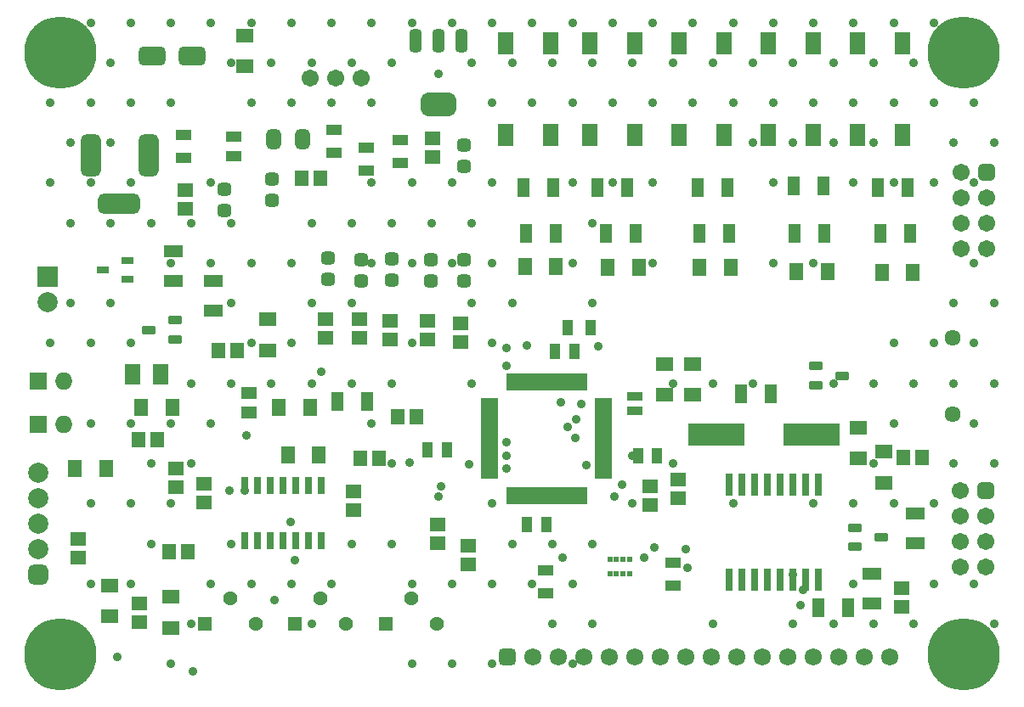
<source format=gts>
G04*
G04 #@! TF.GenerationSoftware,Altium Limited,Altium Designer,24.2.2 (26)*
G04*
G04 Layer_Color=8388736*
%FSLAX44Y44*%
%MOMM*%
G71*
G04*
G04 #@! TF.SameCoordinates,855874C8-C577-487B-9C4C-162BAFBB1C60*
G04*
G04*
G04 #@! TF.FilePolarity,Negative*
G04*
G01*
G75*
%ADD43R,0.5532X0.5532*%
%ADD44R,1.5032X1.1032*%
%ADD45R,1.1032X1.5032*%
%ADD46R,1.8032X1.4032*%
%ADD47R,5.7032X2.2032*%
%ADD48R,1.6032X0.9532*%
%ADD49R,1.3032X1.9532*%
%ADD50R,1.9532X1.3032*%
%ADD51R,0.4832X1.6732*%
%ADD52R,1.6732X0.4832*%
%ADD53R,1.6032X1.2032*%
G04:AMPARAMS|DCode=54|XSize=0.8532mm|YSize=1.4032mm|CornerRadius=0.2641mm|HoleSize=0mm|Usage=FLASHONLY|Rotation=270.000|XOffset=0mm|YOffset=0mm|HoleType=Round|Shape=RoundedRectangle|*
%AMROUNDEDRECTD54*
21,1,0.8532,0.8750,0,0,270.0*
21,1,0.3250,1.4032,0,0,270.0*
1,1,0.5282,-0.4375,-0.1625*
1,1,0.5282,-0.4375,0.1625*
1,1,0.5282,0.4375,0.1625*
1,1,0.5282,0.4375,-0.1625*
%
%ADD54ROUNDEDRECTD54*%
%ADD55R,1.5532X1.3532*%
G04:AMPARAMS|DCode=56|XSize=1.9532mm|YSize=1.4532mm|CornerRadius=0.4141mm|HoleSize=0mm|Usage=FLASHONLY|Rotation=90.000|XOffset=0mm|YOffset=0mm|HoleType=Round|Shape=RoundedRectangle|*
%AMROUNDEDRECTD56*
21,1,1.9532,0.6250,0,0,90.0*
21,1,1.1250,1.4532,0,0,90.0*
1,1,0.8282,0.3125,0.5625*
1,1,0.8282,0.3125,-0.5625*
1,1,0.8282,-0.3125,-0.5625*
1,1,0.8282,-0.3125,0.5625*
%
%ADD56ROUNDEDRECTD56*%
%ADD57R,1.3532X1.5532*%
%ADD58R,1.4032X1.8032*%
%ADD59R,1.6032X2.1532*%
%ADD60R,0.8032X2.2032*%
G04:AMPARAMS|DCode=61|XSize=1.4032mm|YSize=1.3032mm|CornerRadius=0.3766mm|HoleSize=0mm|Usage=FLASHONLY|Rotation=0.000|XOffset=0mm|YOffset=0mm|HoleType=Round|Shape=RoundedRectangle|*
%AMROUNDEDRECTD61*
21,1,1.4032,0.5500,0,0,0.0*
21,1,0.6500,1.3032,0,0,0.0*
1,1,0.7532,0.3250,-0.2750*
1,1,0.7532,-0.3250,-0.2750*
1,1,0.7532,-0.3250,0.2750*
1,1,0.7532,0.3250,0.2750*
%
%ADD61ROUNDEDRECTD61*%
G04:AMPARAMS|DCode=62|XSize=3.5032mm|YSize=2.3032mm|CornerRadius=0.6266mm|HoleSize=0mm|Usage=FLASHONLY|Rotation=0.000|XOffset=0mm|YOffset=0mm|HoleType=Round|Shape=RoundedRectangle|*
%AMROUNDEDRECTD62*
21,1,3.5032,1.0500,0,0,0.0*
21,1,2.2500,2.3032,0,0,0.0*
1,1,1.2532,1.1250,-0.5250*
1,1,1.2532,-1.1250,-0.5250*
1,1,1.2532,-1.1250,0.5250*
1,1,1.2532,1.1250,0.5250*
%
%ADD62ROUNDEDRECTD62*%
G04:AMPARAMS|DCode=63|XSize=1.2032mm|YSize=2.3032mm|CornerRadius=0.3516mm|HoleSize=0mm|Usage=FLASHONLY|Rotation=0.000|XOffset=0mm|YOffset=0mm|HoleType=Round|Shape=RoundedRectangle|*
%AMROUNDEDRECTD63*
21,1,1.2032,1.6000,0,0,0.0*
21,1,0.5000,2.3032,0,0,0.0*
1,1,0.7032,0.2500,-0.8000*
1,1,0.7032,-0.2500,-0.8000*
1,1,0.7032,-0.2500,0.8000*
1,1,0.7032,0.2500,0.8000*
%
%ADD63ROUNDEDRECTD63*%
%ADD64R,1.3032X0.8032*%
%ADD65R,1.6032X2.3032*%
%ADD66R,0.8032X1.6532*%
G04:AMPARAMS|DCode=67|XSize=1.9032mm|YSize=2.7032mm|CornerRadius=0.5266mm|HoleSize=0mm|Usage=FLASHONLY|Rotation=270.000|XOffset=0mm|YOffset=0mm|HoleType=Round|Shape=RoundedRectangle|*
%AMROUNDEDRECTD67*
21,1,1.9032,1.6500,0,0,270.0*
21,1,0.8500,2.7032,0,0,270.0*
1,1,1.0532,-0.8250,-0.4250*
1,1,1.0532,-0.8250,0.4250*
1,1,1.0532,0.8250,0.4250*
1,1,1.0532,0.8250,-0.4250*
%
%ADD67ROUNDEDRECTD67*%
%ADD68R,1.4252X1.4252*%
%ADD69C,1.4252*%
%ADD70C,1.7232*%
G04:AMPARAMS|DCode=71|XSize=1.7232mm|YSize=1.7232mm|CornerRadius=0.4816mm|HoleSize=0mm|Usage=FLASHONLY|Rotation=0.000|XOffset=0mm|YOffset=0mm|HoleType=Round|Shape=RoundedRectangle|*
%AMROUNDEDRECTD71*
21,1,1.7232,0.7600,0,0,0.0*
21,1,0.7600,1.7232,0,0,0.0*
1,1,0.9632,0.3800,-0.3800*
1,1,0.9632,-0.3800,-0.3800*
1,1,0.9632,-0.3800,0.3800*
1,1,0.9632,0.3800,0.3800*
%
%ADD71ROUNDEDRECTD71*%
%ADD72C,1.7032*%
G04:AMPARAMS|DCode=73|XSize=1.7032mm|YSize=1.7032mm|CornerRadius=0.4766mm|HoleSize=0mm|Usage=FLASHONLY|Rotation=270.000|XOffset=0mm|YOffset=0mm|HoleType=Round|Shape=RoundedRectangle|*
%AMROUNDEDRECTD73*
21,1,1.7032,0.7500,0,0,270.0*
21,1,0.7500,1.7032,0,0,270.0*
1,1,0.9532,-0.3750,-0.3750*
1,1,0.9532,-0.3750,0.3750*
1,1,0.9532,0.3750,0.3750*
1,1,0.9532,0.3750,-0.3750*
%
%ADD73ROUNDEDRECTD73*%
%ADD74R,1.7432X1.7272*%
%ADD75O,1.7432X1.7272*%
%ADD76C,2.0032*%
%ADD77R,2.0032X2.0032*%
%ADD78C,1.6112*%
%ADD79C,7.2032*%
G04:AMPARAMS|DCode=80|XSize=4.2032mm|YSize=2.0032mm|CornerRadius=0.5516mm|HoleSize=0mm|Usage=FLASHONLY|Rotation=90.000|XOffset=0mm|YOffset=0mm|HoleType=Round|Shape=RoundedRectangle|*
%AMROUNDEDRECTD80*
21,1,4.2032,0.9000,0,0,90.0*
21,1,3.1000,2.0032,0,0,90.0*
1,1,1.1032,0.4500,1.5500*
1,1,1.1032,0.4500,-1.5500*
1,1,1.1032,-0.4500,-1.5500*
1,1,1.1032,-0.4500,1.5500*
%
%ADD80ROUNDEDRECTD80*%
G04:AMPARAMS|DCode=81|XSize=4.2032mm|YSize=2.0032mm|CornerRadius=0.5516mm|HoleSize=0mm|Usage=FLASHONLY|Rotation=180.000|XOffset=0mm|YOffset=0mm|HoleType=Round|Shape=RoundedRectangle|*
%AMROUNDEDRECTD81*
21,1,4.2032,0.9000,0,0,180.0*
21,1,3.1000,2.0032,0,0,180.0*
1,1,1.1032,-1.5500,0.4500*
1,1,1.1032,1.5500,0.4500*
1,1,1.1032,1.5500,-0.4500*
1,1,1.1032,-1.5500,-0.4500*
%
%ADD81ROUNDEDRECTD81*%
G04:AMPARAMS|DCode=82|XSize=2.0032mm|YSize=2.0032mm|CornerRadius=0.5516mm|HoleSize=0mm|Usage=FLASHONLY|Rotation=180.000|XOffset=0mm|YOffset=0mm|HoleType=Round|Shape=RoundedRectangle|*
%AMROUNDEDRECTD82*
21,1,2.0032,0.9000,0,0,180.0*
21,1,0.9000,2.0032,0,0,180.0*
1,1,1.1032,-0.4500,0.4500*
1,1,1.1032,0.4500,0.4500*
1,1,1.1032,0.4500,-0.4500*
1,1,1.1032,-0.4500,-0.4500*
%
%ADD82ROUNDEDRECTD82*%
%ADD83C,0.9032*%
D43*
X616810Y144410D02*
D03*
X610310D02*
D03*
X603810D02*
D03*
X597310D02*
D03*
Y129910D02*
D03*
X603810D02*
D03*
X610310D02*
D03*
X616810D02*
D03*
D44*
X533400Y110420D02*
D03*
Y133420D02*
D03*
X660400Y118040D02*
D03*
Y141040D02*
D03*
X388620Y539680D02*
D03*
Y562680D02*
D03*
X354330Y532060D02*
D03*
Y555060D02*
D03*
X222250Y565760D02*
D03*
Y546760D02*
D03*
X322580Y549840D02*
D03*
Y572840D02*
D03*
X172720Y544760D02*
D03*
Y567760D02*
D03*
D45*
X625500Y247650D02*
D03*
X644500D02*
D03*
X534010Y179070D02*
D03*
X515010D02*
D03*
X434950Y254000D02*
D03*
X415950D02*
D03*
X542950Y351790D02*
D03*
X561950D02*
D03*
X577920Y375920D02*
D03*
X554920D02*
D03*
D46*
X844550Y275850D02*
D03*
Y244850D02*
D03*
X869950Y220980D02*
D03*
Y251980D02*
D03*
X160020Y106940D02*
D03*
Y75940D02*
D03*
X99060Y87370D02*
D03*
Y118370D02*
D03*
X256540Y352800D02*
D03*
Y383800D02*
D03*
X679450Y339350D02*
D03*
Y308350D02*
D03*
X651510Y339350D02*
D03*
Y308350D02*
D03*
X233680Y636010D02*
D03*
Y667010D02*
D03*
D47*
X798070Y269240D02*
D03*
X703070D02*
D03*
D48*
X622300Y306970D02*
D03*
Y292470D02*
D03*
D49*
X893590Y515620D02*
D03*
X864090D02*
D03*
X727710Y309880D02*
D03*
X757210D02*
D03*
X834390Y96520D02*
D03*
X804890D02*
D03*
X780270Y516890D02*
D03*
X809770D02*
D03*
X685020Y515620D02*
D03*
X714520D02*
D03*
X584690Y515000D02*
D03*
X614190D02*
D03*
X511030D02*
D03*
X540530D02*
D03*
X866630Y470000D02*
D03*
X896130D02*
D03*
X781540D02*
D03*
X811040D02*
D03*
X686290D02*
D03*
X715790D02*
D03*
X593090D02*
D03*
X622590D02*
D03*
X543070D02*
D03*
X513570D02*
D03*
X355110Y302260D02*
D03*
X325610D02*
D03*
D50*
X901700Y190010D02*
D03*
Y160510D02*
D03*
X162560Y422130D02*
D03*
Y451630D02*
D03*
X858520Y130320D02*
D03*
Y100820D02*
D03*
X201930Y422420D02*
D03*
Y392920D02*
D03*
D51*
X496780Y321620D02*
D03*
X501780D02*
D03*
X506780D02*
D03*
X511780D02*
D03*
X516780D02*
D03*
X521780D02*
D03*
X526780D02*
D03*
X531780D02*
D03*
X536780D02*
D03*
X541780D02*
D03*
X546780D02*
D03*
X551780D02*
D03*
X556780D02*
D03*
X561780D02*
D03*
X566780D02*
D03*
X571780D02*
D03*
Y208220D02*
D03*
X566780D02*
D03*
X561780D02*
D03*
X556780D02*
D03*
X551780D02*
D03*
X546780D02*
D03*
X541780D02*
D03*
X536780D02*
D03*
X531780D02*
D03*
X526780D02*
D03*
X521780D02*
D03*
X516780D02*
D03*
X511780D02*
D03*
X506780D02*
D03*
X501780D02*
D03*
X496780D02*
D03*
D52*
X590980Y302420D02*
D03*
Y297420D02*
D03*
Y292420D02*
D03*
Y287420D02*
D03*
Y282420D02*
D03*
Y277420D02*
D03*
Y272420D02*
D03*
Y267420D02*
D03*
Y262420D02*
D03*
Y257420D02*
D03*
Y252420D02*
D03*
Y247420D02*
D03*
Y242420D02*
D03*
Y237420D02*
D03*
Y232420D02*
D03*
Y227420D02*
D03*
X477580D02*
D03*
Y232420D02*
D03*
Y237420D02*
D03*
Y242420D02*
D03*
Y247420D02*
D03*
Y252420D02*
D03*
Y257420D02*
D03*
Y262420D02*
D03*
Y267420D02*
D03*
Y272420D02*
D03*
Y277420D02*
D03*
Y282420D02*
D03*
Y287420D02*
D03*
Y292420D02*
D03*
Y297420D02*
D03*
Y302420D02*
D03*
D53*
X237490Y291240D02*
D03*
Y310740D02*
D03*
D54*
X164130Y363880D02*
D03*
Y382880D02*
D03*
X138130Y373380D02*
D03*
X802340Y337160D02*
D03*
Y318160D02*
D03*
X828340Y327660D02*
D03*
X867710Y166370D02*
D03*
X841710Y156870D02*
D03*
Y175870D02*
D03*
D55*
X887730Y115930D02*
D03*
Y97430D02*
D03*
X173990Y512530D02*
D03*
Y494030D02*
D03*
X128270Y82190D02*
D03*
Y100690D02*
D03*
X341630Y193950D02*
D03*
Y212450D02*
D03*
X193040Y201210D02*
D03*
Y219710D02*
D03*
X165100Y235310D02*
D03*
Y216810D02*
D03*
X665480Y223880D02*
D03*
Y205380D02*
D03*
X637540Y217530D02*
D03*
Y199030D02*
D03*
X378460Y382590D02*
D03*
Y364090D02*
D03*
X448310Y380090D02*
D03*
Y361590D02*
D03*
X313690Y383900D02*
D03*
Y365400D02*
D03*
X415290Y382630D02*
D03*
Y364130D02*
D03*
X347980Y383900D02*
D03*
Y365400D02*
D03*
X420370Y564240D02*
D03*
Y545740D02*
D03*
X67310Y146600D02*
D03*
Y165100D02*
D03*
X455930Y139340D02*
D03*
Y157840D02*
D03*
X425450Y179430D02*
D03*
Y160930D02*
D03*
D56*
X262610Y563880D02*
D03*
X291110D02*
D03*
D57*
X176530Y152400D02*
D03*
X158030D02*
D03*
X348890Y245110D02*
D03*
X367390D02*
D03*
X385720Y287020D02*
D03*
X404220D02*
D03*
X225510Y353060D02*
D03*
X207010D02*
D03*
X127910Y264160D02*
D03*
X146410D02*
D03*
X908410Y246380D02*
D03*
X889910D02*
D03*
X290470Y524510D02*
D03*
X308970D02*
D03*
D58*
X64510Y234950D02*
D03*
X95510D02*
D03*
X130550Y295910D02*
D03*
X161550D02*
D03*
X899420Y430530D02*
D03*
X868420D02*
D03*
X814330Y431800D02*
D03*
X783330D02*
D03*
X717810Y435610D02*
D03*
X686810D02*
D03*
X626370D02*
D03*
X595370D02*
D03*
X512820Y436880D02*
D03*
X543820D02*
D03*
X267710Y295910D02*
D03*
X298710D02*
D03*
X307600Y248920D02*
D03*
X276600D02*
D03*
D59*
X149890Y328930D02*
D03*
X121890D02*
D03*
D60*
X716280Y123950D02*
D03*
X728980D02*
D03*
X741680D02*
D03*
X754380D02*
D03*
X767080D02*
D03*
X779780D02*
D03*
X792480D02*
D03*
X805180D02*
D03*
X716280Y218950D02*
D03*
X728980D02*
D03*
X741680D02*
D03*
X754380D02*
D03*
X767080D02*
D03*
X779780D02*
D03*
X792480D02*
D03*
X805180D02*
D03*
D61*
X452120Y422570D02*
D03*
Y443570D02*
D03*
X316230Y423840D02*
D03*
Y444840D02*
D03*
X349250Y422570D02*
D03*
Y443570D02*
D03*
X379730Y422840D02*
D03*
Y443840D02*
D03*
X419100Y422570D02*
D03*
Y443570D02*
D03*
X452120Y536870D02*
D03*
Y557870D02*
D03*
X213360Y492420D02*
D03*
Y513420D02*
D03*
X260350Y523580D02*
D03*
Y502580D02*
D03*
D62*
X426720Y598420D02*
D03*
D63*
X403720Y661420D02*
D03*
X426720D02*
D03*
X449720D02*
D03*
D64*
X91990Y433070D02*
D03*
X116290Y442570D02*
D03*
Y423570D02*
D03*
D65*
X888640Y658910D02*
D03*
Y567910D02*
D03*
X843640D02*
D03*
Y658910D02*
D03*
X799740D02*
D03*
Y567910D02*
D03*
X754740D02*
D03*
Y658910D02*
D03*
X710840D02*
D03*
Y567910D02*
D03*
X665840D02*
D03*
Y658910D02*
D03*
X621940D02*
D03*
Y567910D02*
D03*
X576940D02*
D03*
Y658910D02*
D03*
X538120D02*
D03*
Y567910D02*
D03*
X493120D02*
D03*
Y658910D02*
D03*
D66*
X309880Y217750D02*
D03*
X297180D02*
D03*
X284480D02*
D03*
X271780D02*
D03*
X259080D02*
D03*
X246380D02*
D03*
X233680D02*
D03*
X309880Y163250D02*
D03*
X297180D02*
D03*
X284480D02*
D03*
X271780D02*
D03*
X259080D02*
D03*
X246380D02*
D03*
X233680D02*
D03*
D67*
X141540Y646430D02*
D03*
X181040D02*
D03*
D68*
X283600Y80000D02*
D03*
X373650D02*
D03*
X193600D02*
D03*
D69*
X309000Y105400D02*
D03*
X334400Y80000D02*
D03*
X424450D02*
D03*
X399050Y105400D02*
D03*
X219000D02*
D03*
X244400Y80000D02*
D03*
D70*
X876300Y46990D02*
D03*
X850900D02*
D03*
X825500D02*
D03*
X800100D02*
D03*
X749300D02*
D03*
X698500D02*
D03*
X673100D02*
D03*
X622300D02*
D03*
X596900D02*
D03*
X571500D02*
D03*
X520700D02*
D03*
X546100D02*
D03*
X647700D02*
D03*
X723900D02*
D03*
X774700D02*
D03*
D71*
X495300D02*
D03*
D72*
X972820Y454660D02*
D03*
Y480060D02*
D03*
X947420Y454660D02*
D03*
Y480060D02*
D03*
X972820Y505460D02*
D03*
X947420D02*
D03*
Y530860D02*
D03*
X946150Y213360D02*
D03*
Y187960D02*
D03*
X971550D02*
D03*
X946150Y162560D02*
D03*
Y137160D02*
D03*
X971550Y162560D02*
D03*
Y137160D02*
D03*
X323850Y624840D02*
D03*
X349250D02*
D03*
X298450D02*
D03*
D73*
X972820Y530860D02*
D03*
X971550Y213360D02*
D03*
D74*
X27940Y279400D02*
D03*
Y322580D02*
D03*
D75*
X53340Y279400D02*
D03*
Y322580D02*
D03*
D76*
X36830Y401320D02*
D03*
X27940Y231140D02*
D03*
Y205740D02*
D03*
Y180340D02*
D03*
Y154940D02*
D03*
D77*
X36830Y426720D02*
D03*
D78*
X938530Y289660D02*
D03*
Y365660D02*
D03*
D79*
X50000Y650000D02*
D03*
X950000Y650000D02*
D03*
X50000Y50000D02*
D03*
X950000Y50000D02*
D03*
D80*
X138250Y547370D02*
D03*
X80250D02*
D03*
D81*
X108250Y499370D02*
D03*
D82*
X27940Y129540D02*
D03*
D83*
X674370Y135890D02*
D03*
X641350Y156210D02*
D03*
X673100Y154940D02*
D03*
X960000Y600000D02*
D03*
X980000Y560000D02*
D03*
X960000Y520000D02*
D03*
Y440000D02*
D03*
X980000Y400000D02*
D03*
X960000Y360000D02*
D03*
X980000Y320000D02*
D03*
X960000Y280000D02*
D03*
X980000Y240000D02*
D03*
X960000Y120000D02*
D03*
X980000Y80000D02*
D03*
X920000Y680000D02*
D03*
Y600000D02*
D03*
X940000Y560000D02*
D03*
X920000Y520000D02*
D03*
X940000Y400000D02*
D03*
X920000Y360000D02*
D03*
X940000Y320000D02*
D03*
Y240000D02*
D03*
X920000Y200000D02*
D03*
Y120000D02*
D03*
X880000Y680000D02*
D03*
X900000Y640000D02*
D03*
X880000Y600000D02*
D03*
Y520000D02*
D03*
Y360000D02*
D03*
X900000Y320000D02*
D03*
X880000Y280000D02*
D03*
Y200000D02*
D03*
X900000Y80000D02*
D03*
X840000Y680000D02*
D03*
X860000Y640000D02*
D03*
X840000Y600000D02*
D03*
X860000Y560000D02*
D03*
X840000Y520000D02*
D03*
X860000Y320000D02*
D03*
Y240000D02*
D03*
X840000Y200000D02*
D03*
Y120000D02*
D03*
X860000Y80000D02*
D03*
X800000Y680000D02*
D03*
X820000Y640000D02*
D03*
X800000Y600000D02*
D03*
X820000Y560000D02*
D03*
X800000Y440000D02*
D03*
X820000Y320000D02*
D03*
X800000Y200000D02*
D03*
X820000Y80000D02*
D03*
X760000Y680000D02*
D03*
X780000Y640000D02*
D03*
X760000Y600000D02*
D03*
X780000Y560000D02*
D03*
X760000Y520000D02*
D03*
Y440000D02*
D03*
X780000Y80000D02*
D03*
X720000Y680000D02*
D03*
X740000Y640000D02*
D03*
X720000Y600000D02*
D03*
X740000Y560000D02*
D03*
Y320000D02*
D03*
X720000Y200000D02*
D03*
X680000Y680000D02*
D03*
X700000Y640000D02*
D03*
X680000Y600000D02*
D03*
X700000Y320000D02*
D03*
Y80000D02*
D03*
X640000Y680000D02*
D03*
X660000Y640000D02*
D03*
X640000Y600000D02*
D03*
Y520000D02*
D03*
Y440000D02*
D03*
X660000Y320000D02*
D03*
Y240000D02*
D03*
X600000Y680000D02*
D03*
X620000Y640000D02*
D03*
X600000Y600000D02*
D03*
Y520000D02*
D03*
X560000Y680000D02*
D03*
X580000Y640000D02*
D03*
X560000Y600000D02*
D03*
Y520000D02*
D03*
X580000Y480000D02*
D03*
X560000Y440000D02*
D03*
X580000Y400000D02*
D03*
Y160000D02*
D03*
X560000Y120000D02*
D03*
X580000Y80000D02*
D03*
X560000Y40000D02*
D03*
X520000Y680000D02*
D03*
X540000Y640000D02*
D03*
X520000Y600000D02*
D03*
X540000Y160000D02*
D03*
X520000Y120000D02*
D03*
X540000Y80000D02*
D03*
X480000Y680000D02*
D03*
X500000Y640000D02*
D03*
X480000Y600000D02*
D03*
Y520000D02*
D03*
Y440000D02*
D03*
X500000Y400000D02*
D03*
X480000Y360000D02*
D03*
Y200000D02*
D03*
X500000Y160000D02*
D03*
X480000Y120000D02*
D03*
Y40000D02*
D03*
X440000Y680000D02*
D03*
X460000Y640000D02*
D03*
X440000Y520000D02*
D03*
X460000Y480000D02*
D03*
X440000Y440000D02*
D03*
X460000Y400000D02*
D03*
Y320000D02*
D03*
X440000Y120000D02*
D03*
Y40000D02*
D03*
X400000Y680000D02*
D03*
Y520000D02*
D03*
X420000Y480000D02*
D03*
X400000Y440000D02*
D03*
Y360000D02*
D03*
Y120000D02*
D03*
Y40000D02*
D03*
X360000Y680000D02*
D03*
X380000Y640000D02*
D03*
X360000Y600000D02*
D03*
Y520000D02*
D03*
X380000Y480000D02*
D03*
X360000Y440000D02*
D03*
X380000Y320000D02*
D03*
X360000Y280000D02*
D03*
X380000Y240000D02*
D03*
Y160000D02*
D03*
X320000Y680000D02*
D03*
X340000Y640000D02*
D03*
X320000Y600000D02*
D03*
X340000Y480000D02*
D03*
Y400000D02*
D03*
Y320000D02*
D03*
Y160000D02*
D03*
X320000Y120000D02*
D03*
X280000Y680000D02*
D03*
X300000Y640000D02*
D03*
X280000Y600000D02*
D03*
X300000Y480000D02*
D03*
X280000Y440000D02*
D03*
X300000Y400000D02*
D03*
X280000Y360000D02*
D03*
X300000Y320000D02*
D03*
X280000Y120000D02*
D03*
X300000Y80000D02*
D03*
X240000Y680000D02*
D03*
X260000Y640000D02*
D03*
X240000Y600000D02*
D03*
Y440000D02*
D03*
Y360000D02*
D03*
X260000Y320000D02*
D03*
X240000Y120000D02*
D03*
X200000Y680000D02*
D03*
X220000Y640000D02*
D03*
X200000Y520000D02*
D03*
X220000Y480000D02*
D03*
X200000Y440000D02*
D03*
X220000Y400000D02*
D03*
Y320000D02*
D03*
X200000Y280000D02*
D03*
X220000Y160000D02*
D03*
X200000Y120000D02*
D03*
X160000Y680000D02*
D03*
Y600000D02*
D03*
X180000Y480000D02*
D03*
X160000Y440000D02*
D03*
X180000Y320000D02*
D03*
X160000Y280000D02*
D03*
X180000Y240000D02*
D03*
X160000Y200000D02*
D03*
X180000Y80000D02*
D03*
X160000Y40000D02*
D03*
X120000Y680000D02*
D03*
Y600000D02*
D03*
Y520000D02*
D03*
X140000Y480000D02*
D03*
X120000Y360000D02*
D03*
Y280000D02*
D03*
X140000Y240000D02*
D03*
X120000Y200000D02*
D03*
X140000Y160000D02*
D03*
X120000Y120000D02*
D03*
X80000Y680000D02*
D03*
X100000Y640000D02*
D03*
X80000Y600000D02*
D03*
X100000Y560000D02*
D03*
X80000Y520000D02*
D03*
X100000Y480000D02*
D03*
Y400000D02*
D03*
X80000Y360000D02*
D03*
Y280000D02*
D03*
Y200000D02*
D03*
Y120000D02*
D03*
X40000Y600000D02*
D03*
X60000Y560000D02*
D03*
X40000Y520000D02*
D03*
X60000Y480000D02*
D03*
Y400000D02*
D03*
X40000Y360000D02*
D03*
X779780Y129540D02*
D03*
X789940Y114300D02*
D03*
X397510Y241300D02*
D03*
X279400Y181610D02*
D03*
X218487Y213360D02*
D03*
X585470Y356870D02*
D03*
X619500Y247650D02*
D03*
X548640Y300990D02*
D03*
X568960Y299720D02*
D03*
X106680Y46990D02*
D03*
X549910Y146050D02*
D03*
X181610Y33020D02*
D03*
X128270Y265430D02*
D03*
X494030Y261190D02*
D03*
X457200Y239420D02*
D03*
X132080Y294640D02*
D03*
X233680Y213360D02*
D03*
X494030Y234950D02*
D03*
Y247650D02*
D03*
X429260Y217170D02*
D03*
X426720Y207010D02*
D03*
X631190Y146050D02*
D03*
X426720Y628650D02*
D03*
X234950Y267970D02*
D03*
X309880Y331470D02*
D03*
X889000Y115570D02*
D03*
X787400Y99060D02*
D03*
X574040Y238675D02*
D03*
X494030Y337820D02*
D03*
X563880Y284480D02*
D03*
X554990Y276860D02*
D03*
X514350Y358140D02*
D03*
X609290Y218833D02*
D03*
X494030Y355600D02*
D03*
X601980Y207010D02*
D03*
X619763Y200753D02*
D03*
X262890Y104140D02*
D03*
X283210Y143510D02*
D03*
X595630Y435610D02*
D03*
X687070D02*
D03*
X783590Y430530D02*
D03*
X867410Y469900D02*
D03*
X543560Y436880D02*
D03*
X562610Y265430D02*
D03*
X50000Y677500D02*
D03*
X70000Y670000D02*
D03*
X77500Y650000D02*
D03*
X70000Y630000D02*
D03*
X50000Y622500D02*
D03*
X30000Y630000D02*
D03*
X22500Y650000D02*
D03*
X30000Y670000D02*
D03*
X950000Y677500D02*
D03*
X970000Y670000D02*
D03*
X977500Y650000D02*
D03*
X970000Y630000D02*
D03*
X950000Y622500D02*
D03*
X930000Y630000D02*
D03*
X922500Y650000D02*
D03*
X930000Y670000D02*
D03*
X50000Y77500D02*
D03*
X70000Y70000D02*
D03*
X77500Y50000D02*
D03*
X70000Y30000D02*
D03*
X50000Y22500D02*
D03*
X30000Y30000D02*
D03*
X22500Y50000D02*
D03*
X30000Y70000D02*
D03*
X950000Y77500D02*
D03*
X970000Y70000D02*
D03*
X977500Y50000D02*
D03*
X970000Y30000D02*
D03*
X950000Y22500D02*
D03*
X930000Y30000D02*
D03*
X922500Y50000D02*
D03*
X930000Y70000D02*
D03*
M02*

</source>
